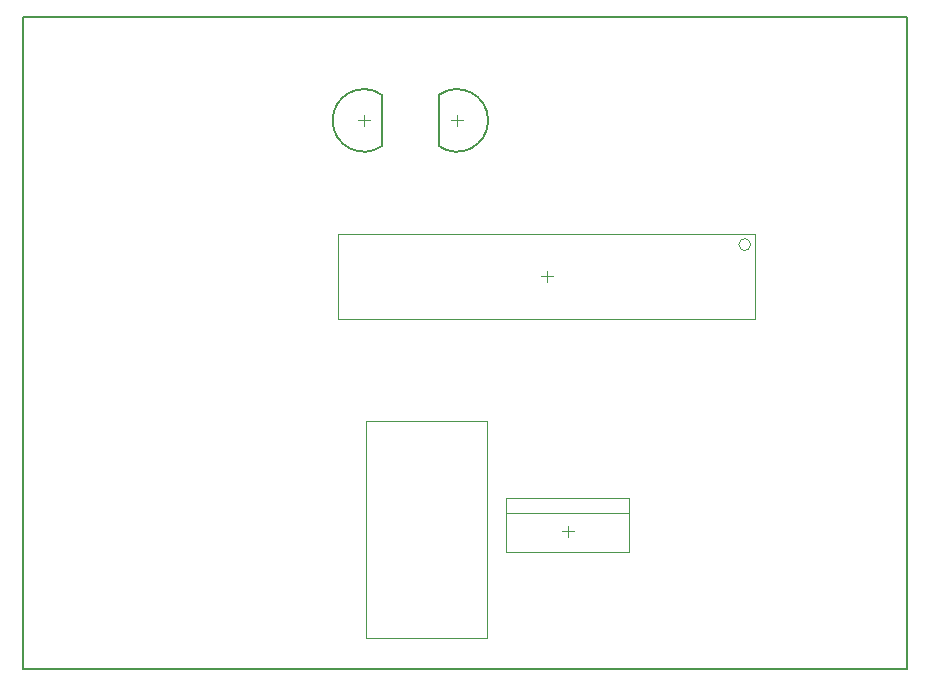
<source format=gko>
G04*
G04 #@! TF.GenerationSoftware,Altium Limited,Altium Designer,20.2.6 (244)*
G04*
G04 Layer_Color=16711935*
%FSLAX43Y43*%
%MOMM*%
G71*
G04*
G04 #@! TF.SameCoordinates,079793DD-F239-40BC-988E-7C0AFDBFEAAC*
G04*
G04*
G04 #@! TF.FilePolarity,Positive*
G04*
G01*
G75*
%ADD11C,0.200*%
%ADD16C,0.100*%
%ADD17C,0.050*%
%ADD46C,0.203*%
D11*
X35183Y44311D02*
G03*
X35183Y48653I1520J2171D01*
G01*
X30349D02*
G03*
X30349Y44311I-1520J-2171D01*
G01*
X35183D02*
Y48653D01*
X30349Y44311D02*
Y48653D01*
D16*
X61573Y35974D02*
G03*
X61573Y35974I-500J0D01*
G01*
X40901Y9934D02*
X51301D01*
X40901D02*
Y14534D01*
X40901D02*
X51301D01*
Y9934D02*
Y14534D01*
X40901Y13234D02*
X51301D01*
X26673Y29674D02*
Y36874D01*
X61973Y29674D02*
Y36874D01*
X26673Y29674D02*
X61973D01*
X26673Y36874D02*
X61973D01*
X36203Y46482D02*
X37203D01*
X36703Y45982D02*
Y46982D01*
X45601Y11684D02*
X46601D01*
X46101Y11184D02*
Y12184D01*
X28829Y45982D02*
Y46982D01*
X28329Y46482D02*
X29329D01*
X43823Y33274D02*
X44823D01*
X44323Y32774D02*
Y33774D01*
D17*
X29033Y2667D02*
Y21001D01*
X39293D01*
Y2667D02*
Y21001D01*
X29033Y2667D02*
X39293D01*
D46*
X0Y0D02*
X74803D01*
Y55245D01*
X0D02*
X74803D01*
X0Y0D02*
Y55245D01*
M02*

</source>
